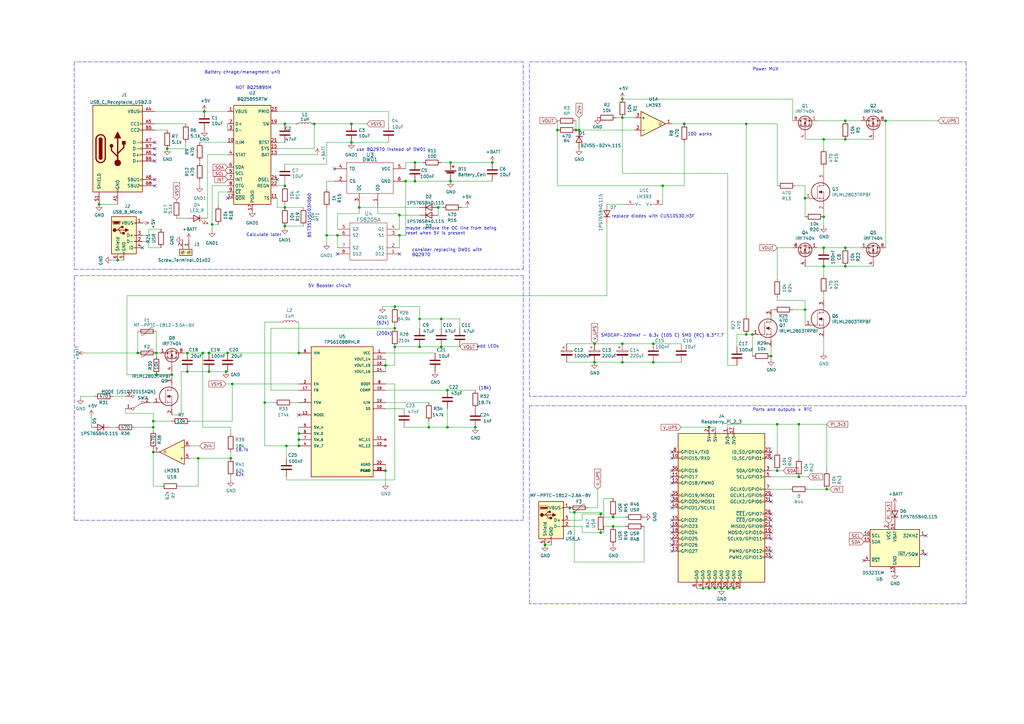
<source format=kicad_sch>
(kicad_sch (version 20211123) (generator eeschema)
  (paper "A3")
  (junction (at 62.865 172.72))
  (junction (at 237.49 53.34))
  (junction (at 108.585 165.1))
  (junction (at 133.985 96.52))
  (junction (at 255.27 148.59))
  (junction (at 337.82 88.9))
  (junction (at 251.46 212.09))
  (junction (at 161.925 134.62))
  (junction (at 180.975 142.24))
  (junction (at 86.995 92.075))
  (junction (at 158.115 149.86))
  (junction (at 94.615 187.96))
  (junction (at 267.97 140.97))
  (junction (at 62.865 175.26))
  (junction (at 288.29 241.3))
  (junction (at 163.83 88.265))
  (junction (at 68.58 60.96))
  (junction (at 85.725 144.78))
  (junction (at 175.895 175.26))
  (junction (at 280.67 50.8))
  (junction (at 166.37 74.295))
  (junction (at 290.83 241.3))
  (junction (at 236.22 53.34))
  (junction (at 64.135 144.78))
  (junction (at 330.2 127))
  (junction (at 179.705 85.09))
  (junction (at 116.84 92.71))
  (junction (at 158.115 193.04))
  (junction (at 62.865 185.42))
  (junction (at 172.085 130.81))
  (junction (at 316.23 146.05))
  (junction (at 144.145 58.42))
  (junction (at 92.71 152.4))
  (junction (at 76.835 144.78))
  (junction (at 223.52 223.52))
  (junction (at 81.28 187.96))
  (junction (at 298.45 241.3))
  (junction (at 40.64 83.82))
  (junction (at 122.555 177.8))
  (junction (at 243.84 148.59))
  (junction (at 246.38 210.82))
  (junction (at 306.07 50.8))
  (junction (at 290.83 175.26))
  (junction (at 170.18 74.295))
  (junction (at 293.37 241.3))
  (junction (at 163.83 96.52))
  (junction (at 147.32 85.09))
  (junction (at 233.68 208.28))
  (junction (at 306.07 137.16))
  (junction (at 70.485 153.67))
  (junction (at 116.84 76.2))
  (junction (at 122.555 182.88))
  (junction (at 363.22 49.53))
  (junction (at 318.77 193.04))
  (junction (at 116.84 85.09))
  (junction (at 116.84 50.8))
  (junction (at 228.6 53.34))
  (junction (at 246.38 218.44))
  (junction (at 201.93 66.675))
  (junction (at 327.66 173.99))
  (junction (at 308.61 137.16))
  (junction (at 337.82 109.22))
  (junction (at 161.925 125.73))
  (junction (at 128.905 50.8))
  (junction (at 339.09 200.66))
  (junction (at 267.97 148.59))
  (junction (at 180.975 130.81))
  (junction (at 138.43 96.52))
  (junction (at 56.515 144.78))
  (junction (at 64.135 153.67))
  (junction (at 85.725 152.4))
  (junction (at 337.82 101.6))
  (junction (at 184.785 66.675))
  (junction (at 117.475 182.88))
  (junction (at 255.27 48.26))
  (junction (at 48.26 106.68))
  (junction (at 235.585 210.185))
  (junction (at 337.82 57.15))
  (junction (at 243.84 140.97))
  (junction (at 346.71 49.53))
  (junction (at 144.145 50.8))
  (junction (at 122.555 180.34))
  (junction (at 183.515 175.26))
  (junction (at 95.25 157.48))
  (junction (at 93.345 144.78))
  (junction (at 83.185 144.78))
  (junction (at 172.085 142.24))
  (junction (at 318.77 173.99))
  (junction (at 122.555 144.78))
  (junction (at 346.71 57.15))
  (junction (at 184.785 74.295))
  (junction (at 161.925 142.24))
  (junction (at 194.945 175.26))
  (junction (at 170.18 66.675))
  (junction (at 255.27 140.97))
  (junction (at 327.66 195.58))
  (junction (at 83.82 45.72))
  (junction (at 251.46 215.9))
  (junction (at 255.27 40.64))
  (junction (at 346.71 109.22))
  (junction (at 271.78 76.2))
  (junction (at 295.91 241.3))
  (junction (at 300.99 241.3))
  (junction (at 330.2 81.28))
  (junction (at 76.835 152.4))
  (junction (at 346.71 101.6))
  (junction (at 183.515 160.02))
  (no_connect (at 122.555 170.18))
  (no_connect (at 163.83 104.14))
  (no_connect (at 138.43 104.14))
  (no_connect (at 93.345 81.28))
  (no_connect (at 275.59 203.2))
  (no_connect (at 275.59 193.04))
  (no_connect (at 354.33 229.87))
  (no_connect (at 316.23 205.74))
  (no_connect (at 63.5 63.5))
  (no_connect (at 379.73 227.33))
  (no_connect (at 275.59 208.28))
  (no_connect (at 275.59 220.98))
  (no_connect (at 316.23 215.9))
  (no_connect (at 316.23 213.36))
  (no_connect (at 63.5 73.66))
  (no_connect (at 275.59 205.74))
  (no_connect (at 316.23 187.96))
  (no_connect (at 63.5 76.2))
  (no_connect (at 63.5 60.96))
  (no_connect (at 275.59 215.9))
  (no_connect (at 379.73 219.71))
  (no_connect (at 63.5 58.42))
  (no_connect (at 316.23 210.82))
  (no_connect (at 275.59 187.96))
  (no_connect (at 275.59 218.44))
  (no_connect (at 316.23 218.44))
  (no_connect (at 316.23 228.6))
  (no_connect (at 63.5 66.04))
  (no_connect (at 316.23 226.06))
  (no_connect (at 316.23 220.98))
  (no_connect (at 275.59 185.42))
  (no_connect (at 275.59 223.52))
  (no_connect (at 316.23 185.42))
  (no_connect (at 58.42 101.6))
  (no_connect (at 275.59 198.12))
  (no_connect (at 137.16 69.215))
  (no_connect (at 275.59 226.06))
  (no_connect (at 316.23 203.2))
  (no_connect (at 275.59 213.36))
  (no_connect (at 275.59 195.58))
  (no_connect (at 113.665 73.66))
  (wire (pts (xy 247.65 204.47) (xy 247.65 210.185)))
  (wire (pts (xy 363.22 101.6) (xy 363.22 49.53)))
  (wire (pts (xy 93.345 50.8) (xy 93.345 53.34)))
  (wire (pts (xy 163.83 88.265) (xy 172.085 88.265)))
  (wire (pts (xy 166.37 74.295) (xy 170.18 74.295)))
  (wire (pts (xy 295.91 241.3) (xy 298.45 241.3)))
  (wire (pts (xy 293.37 241.3) (xy 290.83 241.3)))
  (wire (pts (xy 163.83 88.265) (xy 163.83 93.98)))
  (wire (pts (xy 159.385 45.72) (xy 113.665 45.72)))
  (polyline (pts (xy 217.17 166.37) (xy 396.24 166.37)))
  (wire (pts (xy 172.085 130.81) (xy 180.975 130.81)))
  (wire (pts (xy 337.82 120.65) (xy 337.82 123.19)))
  (wire (pts (xy 156.845 125.73) (xy 161.925 125.73)))
  (wire (pts (xy 330.2 123.19) (xy 330.2 127)))
  (wire (pts (xy 70.485 153.67) (xy 70.485 152.4)))
  (wire (pts (xy 233.68 208.28) (xy 233.68 210.185)))
  (wire (pts (xy 138.43 93.98) (xy 138.43 87.63)))
  (wire (pts (xy 128.905 50.8) (xy 144.145 50.8)))
  (wire (pts (xy 170.18 74.295) (xy 184.785 74.295)))
  (wire (pts (xy 318.77 123.19) (xy 330.2 123.19)))
  (polyline (pts (xy 217.17 162.56) (xy 217.17 25.4)))
  (wire (pts (xy 326.39 76.2) (xy 330.2 76.2)))
  (wire (pts (xy 335.28 49.53) (xy 346.71 49.53)))
  (wire (pts (xy 112.395 165.1) (xy 108.585 165.1)))
  (wire (pts (xy 279.4 175.26) (xy 290.83 175.26)))
  (wire (pts (xy 158.115 198.12) (xy 158.115 193.04)))
  (polyline (pts (xy 30.48 113.03) (xy 214.63 113.03)))
  (wire (pts (xy 245.11 200.66) (xy 245.11 208.28)))
  (wire (pts (xy 46.355 162.56) (xy 51.435 162.56)))
  (wire (pts (xy 179.705 85.09) (xy 179.705 88.265)))
  (wire (pts (xy 161.925 142.24) (xy 172.085 142.24)))
  (wire (pts (xy 93.345 78.74) (xy 89.535 78.74)))
  (polyline (pts (xy 214.63 113.03) (xy 214.63 213.36)))
  (wire (pts (xy 78.105 172.72) (xy 95.25 172.72)))
  (wire (pts (xy 316.23 193.04) (xy 318.77 193.04)))
  (wire (pts (xy 335.28 101.6) (xy 337.82 101.6)))
  (wire (pts (xy 93.345 144.78) (xy 122.555 144.78)))
  (wire (pts (xy 62.865 172.72) (xy 70.485 172.72)))
  (wire (pts (xy 267.97 140.97) (xy 279.4 140.97)))
  (wire (pts (xy 346.71 101.6) (xy 353.06 101.6)))
  (wire (pts (xy 172.085 125.73) (xy 161.925 125.73)))
  (wire (pts (xy 122.555 175.26) (xy 122.555 177.8)))
  (wire (pts (xy 111.125 134.62) (xy 111.125 160.02)))
  (wire (pts (xy 133.985 77.47) (xy 133.985 74.295)))
  (wire (pts (xy 252.73 48.26) (xy 255.27 48.26)))
  (wire (pts (xy 113.665 63.5) (xy 130.175 63.5)))
  (wire (pts (xy 183.515 160.02) (xy 194.945 160.02)))
  (wire (pts (xy 34.925 144.78) (xy 56.515 144.78)))
  (wire (pts (xy 165.735 175.26) (xy 175.895 175.26)))
  (wire (pts (xy 271.78 76.2) (xy 280.67 76.2)))
  (wire (pts (xy 133.985 85.09) (xy 133.985 96.52)))
  (wire (pts (xy 158.115 165.1) (xy 175.895 165.1)))
  (wire (pts (xy 52.07 153.67) (xy 52.07 121.285)))
  (wire (pts (xy 133.985 58.42) (xy 144.145 58.42)))
  (wire (pts (xy 308.61 146.05) (xy 308.61 137.16)))
  (wire (pts (xy 83.185 144.78) (xy 85.725 144.78)))
  (wire (pts (xy 60.96 96.52) (xy 60.96 93.98)))
  (wire (pts (xy 147.32 85.09) (xy 172.085 85.09)))
  (wire (pts (xy 76.835 152.4) (xy 85.725 152.4)))
  (wire (pts (xy 180.975 130.81) (xy 180.975 134.62)))
  (wire (pts (xy 63.5 45.72) (xy 83.82 45.72)))
  (wire (pts (xy 113.665 60.96) (xy 128.905 60.96)))
  (wire (pts (xy 346.71 109.22) (xy 358.14 109.22)))
  (wire (pts (xy 33.02 163.195) (xy 33.02 162.56)))
  (wire (pts (xy 74.295 170.18) (xy 74.295 152.4)))
  (wire (pts (xy 175.895 175.26) (xy 183.515 175.26)))
  (wire (pts (xy 62.865 184.15) (xy 62.865 185.42)))
  (wire (pts (xy 327.66 187.96) (xy 327.66 173.99)))
  (polyline (pts (xy 214.63 110.49) (xy 214.63 25.4)))
  (wire (pts (xy 158.115 160.02) (xy 183.515 160.02)))
  (wire (pts (xy 331.47 200.66) (xy 339.09 200.66)))
  (wire (pts (xy 340.36 200.66) (xy 339.09 200.66)))
  (wire (pts (xy 63.5 53.34) (xy 68.58 53.34)))
  (wire (pts (xy 337.82 68.58) (xy 337.82 71.12)))
  (wire (pts (xy 85.725 152.4) (xy 92.71 152.4)))
  (wire (pts (xy 116.84 74.93) (xy 116.84 76.2)))
  (polyline (pts (xy 396.24 25.4) (xy 396.24 162.56)))
  (wire (pts (xy 116.84 85.09) (xy 113.665 85.09)))
  (wire (pts (xy 85.725 144.78) (xy 93.345 144.78)))
  (wire (pts (xy 363.22 49.53) (xy 384.81 49.53)))
  (wire (pts (xy 64.135 146.05) (xy 64.135 144.78)))
  (wire (pts (xy 83.82 45.72) (xy 93.345 45.72)))
  (wire (pts (xy 255.27 40.64) (xy 325.12 40.64)))
  (wire (pts (xy 93.345 76.2) (xy 86.995 76.2)))
  (wire (pts (xy 246.38 210.82) (xy 247.65 210.82)))
  (wire (pts (xy 241.3 208.28) (xy 245.11 208.28)))
  (wire (pts (xy 248.92 83.82) (xy 256.54 83.82)))
  (wire (pts (xy 298.45 173.99) (xy 318.77 173.99)))
  (wire (pts (xy 92.71 152.4) (xy 93.345 152.4)))
  (wire (pts (xy 81.28 187.96) (xy 94.615 187.96)))
  (wire (pts (xy 138.43 87.63) (xy 147.32 87.63)))
  (wire (pts (xy 144.145 58.42) (xy 159.385 58.42)))
  (wire (pts (xy 158.115 157.48) (xy 161.925 157.48)))
  (wire (pts (xy 81.28 199.39) (xy 81.28 187.96)))
  (wire (pts (xy 173.355 66.675) (xy 170.18 66.675)))
  (wire (pts (xy 94.615 196.85) (xy 94.615 195.58)))
  (wire (pts (xy 251.46 212.09) (xy 256.54 212.09)))
  (wire (pts (xy 72.39 89.535) (xy 76.835 89.535)))
  (wire (pts (xy 108.585 132.08) (xy 108.585 165.1)))
  (wire (pts (xy 33.02 162.56) (xy 38.735 162.56)))
  (wire (pts (xy 318.77 50.8) (xy 306.07 50.8)))
  (wire (pts (xy 37.465 175.26) (xy 37.465 170.815)))
  (wire (pts (xy 331.47 195.58) (xy 327.66 195.58)))
  (wire (pts (xy 113.665 76.2) (xy 116.84 76.2)))
  (wire (pts (xy 128.905 60.96) (xy 128.905 50.8)))
  (wire (pts (xy 247.65 215.9) (xy 247.65 218.44)))
  (wire (pts (xy 161.925 149.86) (xy 161.925 142.24)))
  (wire (pts (xy 330.2 88.9) (xy 330.2 81.28)))
  (wire (pts (xy 89.535 78.74) (xy 89.535 84.455)))
  (wire (pts (xy 339.09 193.04) (xy 339.09 173.99)))
  (polyline (pts (xy 30.48 25.4) (xy 30.48 110.49)))
  (wire (pts (xy 111.125 160.02) (xy 122.555 160.02)))
  (wire (pts (xy 64.135 153.67) (xy 52.07 153.67)))
  (wire (pts (xy 154.94 87.63) (xy 163.83 87.63)))
  (wire (pts (xy 337.82 138.43) (xy 337.82 144.78)))
  (wire (pts (xy 161.925 134.62) (xy 161.925 133.35)))
  (wire (pts (xy 170.18 66.675) (xy 166.37 66.675)))
  (wire (pts (xy 302.26 137.16) (xy 302.26 142.24)))
  (wire (pts (xy 255.27 48.26) (xy 260.35 48.26)))
  (wire (pts (xy 183.515 167.64) (xy 183.515 175.26)))
  (wire (pts (xy 60.96 99.06) (xy 58.42 99.06)))
  (wire (pts (xy 75.565 144.78) (xy 76.835 144.78)))
  (wire (pts (xy 316.23 147.32) (xy 316.23 146.05)))
  (wire (pts (xy 279.4 148.59) (xy 267.97 148.59)))
  (wire (pts (xy 247.65 212.09) (xy 251.46 212.09)))
  (wire (pts (xy 122.555 180.34) (xy 122.555 177.8)))
  (wire (pts (xy 74.295 152.4) (xy 76.835 152.4)))
  (wire (pts (xy 325.12 127) (xy 330.2 127)))
  (polyline (pts (xy 217.17 25.4) (xy 396.24 25.4)))
  (wire (pts (xy 183.515 175.26) (xy 194.945 175.26)))
  (wire (pts (xy 298.45 241.3) (xy 300.99 241.3)))
  (wire (pts (xy 179.705 85.09) (xy 181.61 85.09)))
  (polyline (pts (xy 396.24 166.37) (xy 396.24 247.65)))
  (wire (pts (xy 114.935 132.08) (xy 108.585 132.08)))
  (wire (pts (xy 248.92 91.44) (xy 248.92 121.285)))
  (wire (pts (xy 255.27 71.12) (xy 255.27 48.26)))
  (wire (pts (xy 330.2 127) (xy 330.2 133.35)))
  (wire (pts (xy 83.185 175.26) (xy 94.615 175.26)))
  (wire (pts (xy 85.09 89.535) (xy 84.455 89.535)))
  (wire (pts (xy 86.995 76.2) (xy 86.995 92.075)))
  (wire (pts (xy 318.77 121.92) (xy 318.77 123.19)))
  (wire (pts (xy 78.105 182.88) (xy 81.915 182.88)))
  (wire (pts (xy 337.82 60.96) (xy 337.82 57.15)))
  (wire (pts (xy 172.085 130.81) (xy 172.085 125.73)))
  (wire (pts (xy 237.49 53.34) (xy 237.49 48.26)))
  (wire (pts (xy 159.385 50.8) (xy 159.385 45.72)))
  (wire (pts (xy 62.865 176.53) (xy 62.865 175.26)))
  (wire (pts (xy 246.38 210.82) (xy 238.76 210.82)))
  (wire (pts (xy 346.71 57.15) (xy 358.14 57.15)))
  (wire (pts (xy 180.975 130.81) (xy 188.595 130.81)))
  (wire (pts (xy 288.29 241.3) (xy 290.83 241.3)))
  (polyline (pts (xy 172.72 25.4) (xy 30.48 25.4)))
  (wire (pts (xy 337.82 101.6) (xy 346.71 101.6)))
  (wire (pts (xy 251.46 215.9) (xy 247.65 215.9)))
  (wire (pts (xy 251.46 215.9) (xy 256.54 215.9)))
  (wire (pts (xy 113.665 50.8) (xy 116.84 50.8)))
  (polyline (pts (xy 217.17 247.65) (xy 217.17 166.37)))
  (wire (pts (xy 117.475 196.85) (xy 117.475 195.58)))
  (wire (pts (xy 306.07 50.8) (xy 280.67 50.8)))
  (wire (pts (xy 330.2 57.15) (xy 337.82 57.15)))
  (wire (pts (xy 95.25 157.48) (xy 122.555 157.48)))
  (wire (pts (xy 236.22 49.53) (xy 236.22 53.34)))
  (wire (pts (xy 86.995 92.075) (xy 86.995 94.615)))
  (wire (pts (xy 47.625 175.26) (xy 45.085 175.26)))
  (wire (pts (xy 154.94 84.455) (xy 154.94 87.63)))
  (wire (pts (xy 238.76 213.36) (xy 233.68 213.36)))
  (wire (pts (xy 64.135 135.89) (xy 64.135 144.78)))
  (wire (pts (xy 81.915 66.04) (xy 81.915 66.675)))
  (wire (pts (xy 330.2 76.2) (xy 330.2 81.28)))
  (wire (pts (xy 94.615 175.26) (xy 94.615 177.8)))
  (wire (pts (xy 120.015 165.1) (xy 122.555 165.1)))
  (wire (pts (xy 158.115 167.64) (xy 165.735 167.64)))
  (wire (pts (xy 161.925 196.85) (xy 117.475 196.85)))
  (wire (pts (xy 122.555 182.88) (xy 122.555 180.34)))
  (wire (pts (xy 62.865 172.72) (xy 62.865 169.545)))
  (wire (pts (xy 247.65 210.82) (xy 247.65 212.09)))
  (wire (pts (xy 55.245 175.26) (xy 62.865 175.26)))
  (wire (pts (xy 94.615 185.42) (xy 94.615 187.96)))
  (wire (pts (xy 158.115 149.86) (xy 161.925 149.86)))
  (wire (pts (xy 302.26 149.86) (xy 298.45 149.86)))
  (wire (pts (xy 172.085 134.62) (xy 172.085 130.81)))
  (wire (pts (xy 298.45 175.26) (xy 298.45 173.99)))
  (wire (pts (xy 228.6 49.53) (xy 228.6 53.34)))
  (wire (pts (xy 318.77 173.99) (xy 318.77 185.42)))
  (wire (pts (xy 158.115 147.32) (xy 158.115 149.86)))
  (wire (pts (xy 73.66 199.39) (xy 81.28 199.39)))
  (wire (pts (xy 316.23 195.58) (xy 327.66 195.58)))
  (wire (pts (xy 62.865 185.42) (xy 62.865 199.39)))
  (wire (pts (xy 113.665 58.42) (xy 116.84 58.42)))
  (wire (pts (xy 113.665 81.28) (xy 113.665 85.09)))
  (wire (pts (xy 264.16 215.9) (xy 264.16 230.505)))
  (polyline (pts (xy 30.48 213.36) (xy 214.63 213.36)))
  (wire (pts (xy 184.785 74.295) (xy 201.93 74.295)))
  (wire (pts (xy 133.985 74.295) (xy 137.16 74.295)))
  (wire (pts (xy 318.77 76.2) (xy 318.77 50.8)))
  (wire (pts (xy 61.595 165.1) (xy 62.865 165.1)))
  (wire (pts (xy 64.135 144.78) (xy 65.405 144.78)))
  (wire (pts (xy 60.96 93.98) (xy 66.04 93.98)))
  (wire (pts (xy 318.77 101.6) (xy 325.12 101.6)))
  (wire (pts (xy 236.22 53.34) (xy 237.49 53.34)))
  (polyline (pts (xy 30.48 213.36) (xy 30.48 113.03)))
  (wire (pts (xy 323.85 200.66) (xy 316.23 200.66)))
  (polyline (pts (xy 172.72 110.49) (xy 214.63 110.49)))
  (wire (pts (xy 188.595 142.24) (xy 180.975 142.24)))
  (wire (pts (xy 86.995 92.075) (xy 89.535 92.075)))
  (wire (pts (xy 306.07 50.8) (xy 306.07 129.54)))
  (wire (pts (xy 158.115 144.78) (xy 178.435 144.78)))
  (wire (pts (xy 233.68 215.9) (xy 238.76 215.9)))
  (wire (pts (xy 58.42 96.52) (xy 60.96 96.52)))
  (wire (pts (xy 306.07 137.16) (xy 302.26 137.16)))
  (wire (pts (xy 189.23 85.09) (xy 191.77 85.09)))
  (wire (pts (xy 264.16 230.505) (xy 235.585 230.505)))
  (wire (pts (xy 83.185 175.26) (xy 83.185 144.78)))
  (wire (pts (xy 116.84 92.71) (xy 124.46 92.71)))
  (wire (pts (xy 255.27 140.97) (xy 267.97 140.97)))
  (wire (pts (xy 81.915 74.295) (xy 81.915 76.2)))
  (wire (pts (xy 161.925 157.48) (xy 161.925 196.85)))
  (wire (pts (xy 188.595 130.81) (xy 188.595 134.62)))
  (wire (pts (xy 316.23 146.05) (xy 316.23 142.24)))
  (wire (pts (xy 280.67 58.42) (xy 280.67 76.2)))
  (wire (pts (xy 243.84 148.59) (xy 255.27 148.59)))
  (wire (pts (xy 62.865 175.26) (xy 62.865 172.72)))
  (wire (pts (xy 346.71 49.53) (xy 353.06 49.53)))
  (wire (pts (xy 300.99 241.3) (xy 303.53 241.3)))
  (wire (pts (xy 51.435 167.64) (xy 51.435 169.545)))
  (wire (pts (xy 122.555 182.88) (xy 117.475 182.88)))
  (wire (pts (xy 60.96 101.6) (xy 60.96 99.06)))
  (wire (pts (xy 163.83 87.63) (xy 163.83 88.265)))
  (wire (pts (xy 238.76 210.82) (xy 238.76 213.36)))
  (wire (pts (xy 293.37 241.3) (xy 295.91 241.3)))
  (wire (pts (xy 78.105 187.96) (xy 81.28 187.96)))
  (wire (pts (xy 92.71 157.48) (xy 95.25 157.48)))
  (wire (pts (xy 337.82 92.71) (xy 337.82 88.9)))
  (wire (pts (xy 228.6 76.2) (xy 271.78 76.2)))
  (wire (pts (xy 247.65 210.185) (xy 235.585 210.185)))
  (wire (pts (xy 317.5 127) (xy 316.23 127)))
  (wire (pts (xy 63.5 50.8) (xy 76.2 50.8)))
  (wire (pts (xy 318.77 101.6) (xy 318.77 114.3)))
  (wire (pts (xy 133.985 96.52) (xy 138.43 96.52)))
  (wire (pts (xy 66.04 199.39) (xy 62.865 199.39)))
  (wire (pts (xy 223.52 223.52) (xy 226.06 223.52)))
  (wire (pts (xy 280.67 50.8) (xy 275.59 50.8)))
  (wire (pts (xy 147.32 85.09) (xy 147.32 84.455)))
  (wire (pts (xy 116.84 50.8) (xy 121.285 50.8)))
  (wire (pts (xy 158.115 149.86) (xy 158.115 152.4)))
  (polyline (pts (xy 214.63 25.4) (xy 172.72 25.4)))
  (wire (pts (xy 158.115 193.04) (xy 158.115 190.5)))
  (wire (pts (xy 180.975 142.24) (xy 172.085 142.24)))
  (wire (pts (xy 175.895 172.72) (xy 175.895 175.26)))
  (wire (pts (xy 166.37 66.675) (xy 166.37 69.215)))
  (polyline (pts (xy 396.24 162.56) (xy 217.17 162.56)))
  (wire (pts (xy 243.84 140.97) (xy 255.27 140.97)))
  (wire (pts (xy 116.84 67.31) (xy 133.985 67.31)))
  (wire (pts (xy 51.435 169.545) (xy 62.865 169.545)))
  (wire (pts (xy 161.925 134.62) (xy 111.125 134.62)))
  (wire (pts (xy 108.585 165.1) (xy 108.585 182.88)))
  (wire (pts (xy 166.37 74.295) (xy 166.37 96.52)))
  (wire (pts (xy 337.82 113.03) (xy 337.82 109.22)))
  (wire (pts (xy 166.37 96.52) (xy 163.83 96.52)))
  (wire (pts (xy 235.585 210.185) (xy 233.68 210.185)))
  (wire (pts (xy 76.835 144.78) (xy 83.185 144.78)))
  (wire (pts (xy 293.37 175.26) (xy 290.83 175.26)))
  (wire (pts (xy 237.49 53.34) (xy 260.35 53.34)))
  (wire (pts (xy 267.97 148.59) (xy 255.27 148.59)))
  (wire (pts (xy 45.72 106.68) (xy 48.26 106.68)))
  (polyline (pts (xy 30.48 110.49) (xy 172.72 110.49)))
  (wire (pts (xy 247.65 218.44) (xy 246.38 218.44)))
  (wire (pts (xy 337.82 57.15) (xy 346.71 57.15)))
  (wire (pts (xy 337.82 88.9) (xy 337.82 86.36)))
  (wire (pts (xy 180.975 66.675) (xy 184.785 66.675)))
  (wire (pts (xy 66.04 101.6) (xy 60.96 101.6)))
  (wire (pts (xy 133.985 67.31) (xy 133.985 58.42)))
  (wire (pts (xy 184.785 66.675) (xy 201.93 66.675)))
  (polyline (pts (xy 396.24 247.65) (xy 217.17 247.65)))
  (wire (pts (xy 116.84 83.82) (xy 116.84 85.09)))
  (wire (pts (xy 70.485 170.18) (xy 74.295 170.18)))
  (wire (pts (xy 228.6 53.34) (xy 228.6 76.2)))
  (wire (pts (xy 238.76 218.44) (xy 246.38 218.44)))
  (wire (pts (xy 330.2 109.22) (xy 337.82 109.22)))
  (wire (pts (xy 122.555 144.78) (xy 122.555 132.08)))
  (wire (pts (xy 285.75 241.3) (xy 288.29 241.3)))
  (wire (pts (xy 232.41 140.97) (xy 243.84 140.97)))
  (wire (pts (xy 52.07 121.285) (xy 248.92 121.285)))
  (wire (pts (xy 85.09 63.5) (xy 93.345 63.5)))
  (wire (pts (xy 325.12 40.64) (xy 325.12 49.53)))
  (wire (pts (xy 163.83 96.52) (xy 163.83 101.6)))
  (wire (pts (xy 232.41 148.59) (xy 243.84 148.59)))
  (wire (pts (xy 56.515 135.89) (xy 56.515 144.78)))
  (wire (pts (xy 327.66 173.99) (xy 318.77 173.99)))
  (wire (pts (xy 251.46 204.47) (xy 247.65 204.47)))
  (wire (pts (xy 147.32 87.63) (xy 147.32 85.09)))
  (wire (pts (xy 116.84 92.71) (xy 116.84 93.345)))
  (wire (pts (xy 50.8 106.68) (xy 48.26 106.68)))
  (wire (pts (xy 116.84 85.09) (xy 124.46 85.09)))
  (wire (pts (xy 138.43 96.52) (xy 138.43 101.6)))
  (wire (pts (xy 95.25 172.72) (xy 95.25 157.48)))
  (wire (pts (xy 308.61 137.16) (xy 306.07 137.16)))
  (wire (pts (xy 298.45 149.86) (xy 298.45 71.12)))
  (wire (pts (xy 70.485 154.94) (xy 70.485 153.67)))
  (wire (pts (xy 64.135 153.67) (xy 70.485 153.67)))
  (wire (pts (xy 271.78 76.2) (xy 271.78 83.82)))
  (wire (pts (xy 76.2 60.96) (xy 76.2 58.42)))
  (wire (pts (xy 85.09 63.5) (xy 85.09 89.535)))
  (wire (pts (xy 68.58 60.96) (xy 76.2 60.96)))
  (wire (pts (xy 81.915 58.42) (xy 93.345 58.42)))
  (wire (pts (xy 144.145 50.8) (xy 150.495 50.8)))
  (wire (pts (xy 298.45 71.12) (xy 255.27 71.12)))
  (wire (pts (xy 235.585 230.505) (xy 235.585 210.185)))
  (wire (pts (xy 117.475 182.88) (xy 117.475 187.96)))
  (wire (pts (xy 40.64 83.82) (xy 48.26 83.82)))
  (wire (pts (xy 339.09 173.99) (xy 327.66 173.99)))
  (wire (pts (xy 337.82 109.22) (xy 346.71 109.22)))
  (wire (pts (xy 238.76 215.9) (xy 238.76 218.44)))
  (wire (pts (xy 108.585 182.88) (xy 117.475 182.88)))
  (wire (pts (xy 321.31 193.04) (xy 318.77 193.04)))
  (wire (pts (xy 133.985 96.52) (xy 133.985 99.695)))
  (text "Battery chrage/managment unit" (at 83.82 30.48 0) (effects (font (size 1.27 1.27)) (justify left bottom)))
  (text "62k\n" (at 96.52 195.58 0) (effects (font (size 1.27 1.27)) (justify left bottom)))
  (text "Ports and outputs + RTC" (at 308.61 168.91 0) (effects (font (size 1.27 1.27)) (justify left bottom)))
  (text "NOT BQ25895M" (at 96.52 36.83 0) (effects (font (size 1.27 1.27)) (justify left bottom)))
  (text "5V Booster circuit" (at 126.365 118.11 0) (effects (font (size 1.27 1.27)) (justify left bottom)))
  (text "maybe remove the OC line from being\nreset when 5V is present" (at 166.37 96.52 0) (effects (font (size 1.27 1.27)) (justify left bottom)))
  (text "consider replacing DW01 with\nBQ2970" (at 168.91 105.41 0) (effects (font (size 1.27 1.27)) (justify left bottom)))
  (text "18.7k" (at 96.52 185.42 0) (effects (font (size 1.27 1.27)) (justify left bottom)))
  (text "Calculate later" (at 100.965 97.155 0) (effects (font (size 1.27 1.27)) (justify left bottom)))
  (text "replace diodes with CUS10S30,H3F" (at 250.825 89.535 0) (effects (font (size 1.27 1.27)) (justify left bottom)))
  (text "(200k)\n\n" (at 154.305 139.7 0) (effects (font (size 1.27 1.27)) (justify left bottom)))
  (text "add LEDs" (at 195.58 142.875 0) (effects (font (size 1.27 1.27)) (justify left bottom)))
  (text "(18k)\n" (at 196.215 160.02 0) (effects (font (size 1.27 1.27)) (justify left bottom)))
  (text "use BQ2970 instead of DW01" (at 146.05 62.23 0) (effects (font (size 1.27 1.27)) (justify left bottom)))
  (text "Power MUX" (at 308.61 29.21 0) (effects (font (size 1.27 1.27)) (justify left bottom)))
  (text "(62k)" (at 154.305 133.35 0) (effects (font (size 1.27 1.27)) (justify left bottom)))
  (text "B57351V5103H060" (at 127.635 79.375 270) (effects (font (size 1.27 1.27)) (justify right bottom)))
  (text "SMDCAP-220mkf - 6,3v (105 С) SMD (RC) 6,3*7,7" (at 246.38 138.43 0) (effects (font (size 1.27 1.27)) (justify left bottom)))
  (text "100 works" (at 281.94 55.88 0) (effects (font (size 1.27 1.27)) (justify left bottom)))
  (global_label "SCL" (shape input) (at 331.47 195.58 0) (property "Intersheet References" "${INTERSHEET_REFS}" (effects hide)))
  (global_label "INT" (shape input) (at 93.345 73.66 180) (property "Intersheet References" "${INTERSHEET_REFS}" (effects hide)))
  (global_label "2V4" (shape input) (at 237.49 48.26 90) (property "Intersheet References" "${INTERSHEET_REFS}" (effects hide)))
  (global_label "VSYS" (shape input) (at 92.71 157.48 180) (property "Intersheet References" "${INTERSHEET_REFS}" (effects hide)))
  (global_label "SDA" (shape input) (at 321.31 193.04 0) (property "Intersheet References" "${INTERSHEET_REFS}" (effects hide)))
  (global_label "VSYS" (shape input) (at 150.495 50.8 0) (property "Intersheet References" "${INTERSHEET_REFS}" (effects hide)))
  (global_label "V_UPS" (shape input) (at 245.11 200.66 90) (property "Intersheet References" "${INTERSHEET_REFS}" (effects hide)))
  (global_label "V_UPS" (shape input) (at 279.4 175.26 180) (property "Intersheet References" "${INTERSHEET_REFS}" (effects hide)))
  (global_label "INT" (shape input) (at 340.36 200.66 0) (property "Intersheet References" "${INTERSHEET_REFS}" (effects hide)))
  (global_label "VOUT" (shape input) (at 188.595 142.24 0) (property "Intersheet References" "${INTERSHEET_REFS}" (effects hide)))
  (global_label "SCL" (shape input) (at 354.33 219.71 180) (property "Intersheet References" "${INTERSHEET_REFS}" (effects hide)))
  (global_label "V_UPS" (shape input) (at 243.84 140.97 90) (property "Intersheet References" "${INTERSHEET_REFS}" (effects hide)))
  (global_label "Pi_3v3" (shape input) (at 364.49 214.63 90) (property "Intersheet References" "${INTERSHEET_REFS}" (effects hide)))
  (global_label "SDA" (shape input) (at 354.33 222.25 180) (property "Intersheet References" "${INTERSHEET_REFS}" (effects hide)))
  (global_label "Pi_3v3" (shape input) (at 339.09 173.99 0) (property "Intersheet References" "${INTERSHEET_REFS}" (effects hide)))
  (global_label "SDA" (shape input) (at 93.345 68.58 180) (property "Intersheet References" "${INTERSHEET_REFS}" (effects hide)))
  (global_label "VOUT" (shape input) (at 228.6 49.53 180) (property "Intersheet References" "${INTERSHEET_REFS}" (effects hide)))
  (global_label "SCL" (shape input) (at 93.345 71.12 180) (property "Intersheet References" "${INTERSHEET_REFS}" (effects hide)))
  (global_label "VOUT" (shape input) (at 318.77 101.6 180) (property "Intersheet References" "${INTERSHEET_REFS}" (effects hide)))
  (global_label "2V4" (shape input) (at 81.915 182.88 0) (property "Intersheet References" "${INTERSHEET_REFS}" (effects hide)))
  (global_label "VSYS" (shape input) (at 72.39 81.915 90) (property "Intersheet References" "${INTERSHEET_REFS}" (effects hide)))
  (global_label "V_UPS" (shape input) (at 384.81 49.53 0) (property "Intersheet References" "${INTERSHEET_REFS}" (effects hide)))
  (symbol (lib_id "Connector:Raspberry_Pi_2_3") (at 295.91 208.28 0) (unit 1)
    (property "Reference" "J4" (at 295.91 170.6626 0))
    (property "Value" "Raspberry_Pi_2_3" (at 295.91 172.974 0))
    (property "Footprint" "RPI:raspberrypi_2_3" (effects hide))
    (property "Datasheet" "https://www.raspberrypi.org/documentation/hardware/raspberrypi/schematics/rpi_SCH_3bplus_1p0_reduced.pdf" (effects hide))
  )
  (symbol (lib_id "TPS61088RHLR:TPS61088RHLR") (at 140.335 167.64 0) (unit 1)
    (property "Reference" "U5" (at 140.335 137.9982 0))
    (property "Value" "TPS61088RHLR" (at 140.335 140.3096 0))
    (property "Footprint" "tps61088:IC_TPS61088RHLR" (effects hide))
    (property "PARTREV" "4219071/A 05/2017" (effects hide))
    (property "MANUFACTURER" "Texas Instruments" (effects hide))
    (property "MAXIMUM_PACKAGE_HEIGHT" "1.00mm" (effects hide))
    (property "STANDARD" "Manufacturer Recommendations" (effects hide))
  )
  (symbol (lib_id "Connector:USB_C_Receptacle_USB2.0") (at 48.26 60.96 0) (unit 1)
    (property "Reference" "J1" (at 50.9778 38.9382 0))
    (property "Value" "USB_C_Receptacle_USB2.0" (at 49.53 41.91 0))
    (property "Footprint" "Connector_USB:USB_C_Receptacle_Palconn_UTC16-G" (effects hide))
    (property "Datasheet" "https://www.usb.org/sites/default/files/documents/usb_type-c.zip" (effects hide))
  )
  (symbol (lib_id "power:GND") (at 40.64 83.82 0) (unit 1)
    (property "Reference" "#PWR012" (effects hide))
    (property "Value" "GND" (at 40.767 88.2142 0))
  )
  (symbol (lib_id "Device:R") (at 68.58 57.15 0) (unit 1)
    (property "Reference" "R7" (at 70.358 55.9816 0) (effects (justify left)))
    (property "Value" "5.1k" (at 70.358 58.293 0) (effects (justify left)))
    (property "Footprint" "Resistor_SMD:R_0805_2012Metric_Pad1.20x1.40mm_HandSolder" (effects hide))
  )
  (symbol (lib_id "Device:R") (at 76.2 54.61 0) (unit 1)
    (property "Reference" "R6" (at 77.978 53.4416 0) (effects (justify left)))
    (property "Value" "5.1k" (at 77.978 55.753 0) (effects (justify left)))
    (property "Footprint" "Resistor_SMD:R_0805_2012Metric_Pad1.20x1.40mm_HandSolder" (effects hide))
  )
  (symbol (lib_id "power:GND") (at 68.58 60.96 0) (unit 1)
    (property "Reference" "#PWR06" (effects hide))
    (property "Value" "GND" (at 68.707 65.3542 0))
  )
  (symbol (lib_id "Device:C") (at 83.82 49.53 0) (unit 1)
    (property "Reference" "C1" (at 86.741 48.3616 0) (effects (justify left)))
    (property "Value" "10uF" (at 86.741 50.673 0) (effects (justify left)))
    (property "Footprint" "Capacitor_SMD:C_1206_3216Metric_Pad1.33x1.80mm_HandSolder" (effects hide))
  )
  (symbol (lib_id "power:GND") (at 83.82 53.34 0) (unit 1)
    (property "Reference" "#PWR04" (effects hide))
    (property "Value" "GND" (at 83.82 57.15 0))
  )
  (symbol (lib_id "Device:Battery_Cell") (at 184.785 71.755 0) (unit 1)
    (property "Reference" "BT1" (at 187.7822 69.3166 0) (effects (justify left)))
    (property "Value" "Battery_Cell" (at 187.7822 71.628 0) (effects (justify left)))
    (property "Footprint" "Battery:BatteryHolder_Keystone_1042_1x18650" (effects hide))
  )
  (symbol (lib_id "Device:C") (at 201.93 70.485 0) (unit 1)
    (property "Reference" "C6" (at 204.851 69.3166 0) (effects (justify left)))
    (property "Value" "10uF" (at 204.851 71.628 0) (effects (justify left)))
    (property "Footprint" "Capacitor_SMD:C_1206_3216Metric_Pad1.33x1.80mm_HandSolder" (effects hide))
  )
  (symbol (lib_id "power:GND") (at 184.785 74.295 0) (unit 1)
    (property "Reference" "#PWR010" (effects hide))
    (property "Value" "GND" (at 184.912 78.6892 0))
  )
  (symbol (lib_id "Device:R") (at 346.71 53.34 180) (unit 1)
    (property "Reference" "R5" (at 351.9678 53.34 90))
    (property "Value" "10k" (at 349.6564 53.34 90))
    (property "Footprint" "Resistor_SMD:R_0805_2012Metric_Pad1.20x1.40mm_HandSolder" (effects hide))
  )
  (symbol (lib_id "Device:R") (at 337.82 64.77 180) (unit 1)
    (property "Reference" "R10" (at 343.0778 64.77 90))
    (property "Value" "470" (at 340.7664 64.77 90))
    (property "Footprint" "Resistor_SMD:R_0805_2012Metric_Pad1.20x1.40mm_HandSolder" (effects hide))
  )
  (symbol (lib_id "Device:R") (at 72.39 85.725 0) (unit 1)
    (property "Reference" "R17" (at 67.945 85.725 90))
    (property "Value" "5.1k" (at 69.85 85.725 90))
    (property "Footprint" "Resistor_SMD:R_0805_2012Metric_Pad1.20x1.40mm_HandSolder" (effects hide))
  )
  (symbol (lib_id "Device:LED") (at 80.645 89.535 0) (mirror y) (unit 1)
    (property "Reference" "D4" (at 80.8228 84.0232 0))
    (property "Value" "LED_R" (at 80.8228 86.3346 0))
    (property "Footprint" "LED_SMD:LED_1206_3216Metric_Pad1.42x1.75mm_HandSolder" (effects hide))
  )
  (symbol (lib_id "power:GND") (at 337.82 92.71 0) (unit 1)
    (property "Reference" "#PWR017" (effects hide))
    (property "Value" "GND" (at 337.947 97.1042 0))
  )
  (symbol (lib_id "Device:C") (at 267.97 144.78 0) (unit 1)
    (property "Reference" "C15" (at 270.51 139.7 0))
    (property "Value" "100nF" (at 271.78 142.24 0))
    (property "Footprint" "Capacitor_SMD:C_0805_2012Metric_Pad1.18x1.45mm_HandSolder" (effects hide))
  )
  (symbol (lib_id "Device:R") (at 334.01 88.9 90) (unit 1)
    (property "Reference" "R20" (at 334.01 94.1578 90))
    (property "Value" "10k" (at 334.01 91.8464 90))
    (property "Footprint" "Resistor_SMD:R_0805_2012Metric_Pad1.20x1.40mm_HandSolder" (effects hide))
  )
  (symbol (lib_id "power:+5V") (at 83.82 45.72 0) (unit 1)
    (property "Reference" "#PWR02" (effects hide))
    (property "Value" "+5V" (at 84.201 41.3258 0))
  )
  (symbol (lib_id "Device:R") (at 322.58 76.2 90) (unit 1)
    (property "Reference" "R13" (at 322.58 81.4578 90))
    (property "Value" "470" (at 322.58 79.1464 90))
    (property "Footprint" "Resistor_SMD:R_0805_2012Metric_Pad1.20x1.40mm_HandSolder" (effects hide))
  )
  (symbol (lib_id "power:+BATT") (at 201.93 66.675 0) (unit 1)
    (property "Reference" "#PWR09" (effects hide))
    (property "Value" "+BATT" (at 202.311 62.2808 0))
  )
  (symbol (lib_id "Device:C") (at 180.975 138.43 0) (unit 1)
    (property "Reference" "C10" (at 183.515 133.35 0))
    (property "Value" "47uF" (at 184.785 135.89 0))
    (property "Footprint" "Capacitor_SMD:C_1210_3225Metric_Pad1.33x2.70mm_HandSolder" (effects hide))
  )
  (symbol (lib_id "Device:C") (at 188.595 138.43 0) (unit 1)
    (property "Reference" "C11" (at 191.135 133.35 0))
    (property "Value" "47uF" (at 192.405 135.89 0))
    (property "Footprint" "Capacitor_SMD:C_1210_3225Metric_Pad1.33x2.70mm_HandSolder" (effects hide))
  )
  (symbol (lib_id "Device:C") (at 279.4 144.78 0) (unit 1)
    (property "Reference" "C16" (at 281.94 139.7 0))
    (property "Value" "10uF" (at 283.21 142.24 0))
    (property "Footprint" "Capacitor_SMD:C_1206_3216Metric_Pad1.33x1.80mm_HandSolder" (effects hide))
  )
  (symbol (lib_id "Device:L") (at 125.095 50.8 90) (unit 1)
    (property "Reference" "L1" (at 125.095 46.99 90))
    (property "Value" "1uH" (at 125.095 48.895 90))
    (property "Footprint" "Inductor_SMD:L_6.3x6.3_H3" (effects hide))
  )
  (symbol (lib_id "Device:D_Zener") (at 237.49 57.15 270) (unit 1)
    (property "Reference" "D1" (at 238.76 54.61 90))
    (property "Value" "BZV55-B2V4.115" (at 246.38 59.69 90))
    (property "Footprint" "Diode_SMD:D_1206_3216Metric_Pad1.42x1.75mm_HandSolder" (effects hide))
  )
  (symbol (lib_id "IRLML2803TRPBF:IRLML2803TRPBF") (at 330.2 81.28 0) (unit 1)
    (property "Reference" "Q3" (at 341.122 77.5716 0) (effects (justify left)))
    (property "Value" "IRLML2803TRPBF" (at 341.122 79.883 0) (effects (justify left)))
    (property "Footprint" "IRLML2803TRPBF:SOT95P237X112-3N" (effects hide))
    (property "Datasheet" "https://www.infineon.com/dgdl/irlml2803pbf.pdf?fileId=5546d462533600a4015356682aff260f" (effects hide))
    (property "Description" "IRLML2803TRPBF N-Channel MOSFET, 1.2 A, 30 V HEXFET, 3-Pin SOT-23 Infineon" (effects hide))
    (property "Height" "1.12" (effects hide))
    (property "Manufacturer_Name" "Infineon" (effects hide))
    (property "Manufacturer_Part_Number" "IRLML2803TRPBF" (effects hide))
    (property "Mouser Part Number" "942-IRLML2803TRPBF" (effects hide))
    (property "Mouser Price/Stock" "https://www.mouser.co.uk/ProductDetail/Infineon-IR/IRLML2803TRPBF?qs=9%252BKlkBgLFf2YYGlrpx3%252BKw%3D%3D" (effects hide))
    (property "Arrow Part Number" "IRLML2803TRPBF" (effects hide))
    (property "Arrow Price/Stock" "https://www.arrow.com/en/products/irlml2803trpbf/infineon-technologies-ag" (effects hide))
  )
  (symbol (lib_id "Transistor_FET:IRF7404") (at 330.2 104.14 90) (unit 1)
    (property "Reference" "Q4" (at 330.2 95.4532 90))
    (property "Value" "IRF7404" (at 330.2 97.7646 90))
    (property "Footprint" "Package_SO:SOIC-8_3.9x4.9mm_P1.27mm" (effects hide))
    (property "Datasheet" "http://www.infineon.com/dgdl/irf7404.pdf?fileId=5546d462533600a4015355fa2b5b1b9e" (effects hide))
  )
  (symbol (lib_id "Transistor_FET:IRF7404") (at 358.14 104.14 270) (mirror x) (unit 1)
    (property "Reference" "Q5" (at 358.14 95.4532 90))
    (property "Value" "IRF7404" (at 358.14 97.7646 90))
    (property "Footprint" "Package_SO:SOIC-8_3.9x4.9mm_P1.27mm" (effects hide))
    (property "Datasheet" "http://www.infineon.com/dgdl/irf7404.pdf?fileId=5546d462533600a4015355fa2b5b1b9e" (effects hide))
  )
  (symbol (lib_id "Device:C") (at 337.82 105.41 0) (unit 1)
    (property "Reference" "C8" (at 344.17 105.41 90))
    (property "Value" "100nF" (at 341.63 105.41 90))
    (property "Footprint" "Capacitor_SMD:C_0805_2012Metric_Pad1.18x1.45mm_HandSolder" (effects hide))
  )
  (symbol (lib_id "Device:R") (at 346.71 105.41 180) (unit 1)
    (property "Reference" "R22" (at 351.9678 105.41 90))
    (property "Value" "10k" (at 349.6564 105.41 90))
    (property "Footprint" "Resistor_SMD:R_0805_2012Metric_Pad1.20x1.40mm_HandSolder" (effects hide))
  )
  (symbol (lib_id "Device:R") (at 337.82 116.84 180) (unit 1)
    (property "Reference" "R23" (at 343.0778 116.84 90))
    (property "Value" "470" (at 340.7664 116.84 90))
    (property "Footprint" "Resistor_SMD:R_0805_2012Metric_Pad1.20x1.40mm_HandSolder" (effects hide))
  )
  (symbol (lib_id "power:GND") (at 337.82 144.78 0) (unit 1)
    (property "Reference" "#PWR026" (effects hide))
    (property "Value" "GND" (at 337.947 149.1742 0))
  )
  (symbol (lib_id "Device:R") (at 321.31 127 90) (unit 1)
    (property "Reference" "R25" (at 321.31 129.54 90))
    (property "Value" "470" (at 321.31 131.445 90))
    (property "Footprint" "Resistor_SMD:R_0805_2012Metric_Pad1.20x1.40mm_HandSolder" (effects hide))
  )
  (symbol (lib_id "Device:R") (at 318.77 118.11 180) (unit 1)
    (property "Reference" "R24" (at 324.0278 118.11 90))
    (property "Value" "10k" (at 321.7164 118.11 90))
    (property "Footprint" "Resistor_SMD:R_0805_2012Metric_Pad1.20x1.40mm_HandSolder" (effects hide))
  )
  (symbol (lib_id "Device:Polyfuse") (at 60.325 144.78 270) (unit 1)
    (property "Reference" "F2" (at 60.325 142.24 90))
    (property "Value" "MF-PPTC-1812-3.5A-6V" (effects hide))
    (property "Footprint" "Fuse:Fuse_1812_4532Metric_Pad1.30x3.40mm_HandSolder" (effects hide))
  )
  (symbol (lib_id "power:GND") (at 316.23 147.32 0) (unit 1)
    (property "Reference" "#PWR027" (effects hide))
    (property "Value" "GND" (at 316.357 151.7142 0))
  )
  (symbol (lib_id "IRLML2803TRPBF:IRLML2803TRPBF") (at 330.2 133.35 0) (unit 1)
    (property "Reference" "Q6" (at 341.122 129.6416 0) (effects (justify left)))
    (property "Value" "IRLML2803TRPBF" (at 341.122 131.953 0) (effects (justify left)))
    (property "Footprint" "IRLML2803TRPBF:SOT95P237X112-3N" (effects hide))
    (property "Datasheet" "https://www.infineon.com/dgdl/irlml2803pbf.pdf?fileId=5546d462533600a4015356682aff260f" (effects hide))
    (property "Description" "IRLML2803TRPBF N-Channel MOSFET, 1.2 A, 30 V HEXFET, 3-Pin SOT-23 Infineon" (effects hide))
    (property "Height" "1.12" (effects hide))
    (property "Manufacturer_Name" "Infineon" (effects hide))
    (property "Manufacturer_Part_Number" "IRLML2803TRPBF" (effects hide))
    (property "Mouser Part Number" "942-IRLML2803TRPBF" (effects hide))
    (property "Mouser Price/Stock" "https://www.mouser.co.uk/ProductDetail/Infineon-IR/IRLML2803TRPBF?qs=9%252BKlkBgLFf2YYGlrpx3%252BKw%3D%3D" (effects hide))
    (property "Arrow Part Number" "IRLML2803TRPBF" (effects hide))
    (property "Arrow Price/Stock" "https://www.arrow.com/en/products/irlml2803trpbf/infineon-technologies-ag" (effects hide))
  )
  (symbol (lib_id "Device:R") (at 312.42 146.05 270) (unit 1)
    (property "Reference" "R29" (at 312.42 140.7922 90))
    (property "Value" "10k" (at 312.42 143.1036 90))
    (property "Footprint" "Resistor_SMD:R_0805_2012Metric_Pad1.20x1.40mm_HandSolder" (effects hide))
  )
  (symbol (lib_id "power:+BATT") (at 34.925 144.78 90) (unit 1)
    (property "Reference" "#PWR025" (effects hide))
    (property "Value" "+BATT" (at 31.75 144.78 0))
  )
  (symbol (lib_id "Device:R") (at 306.07 133.35 0) (unit 1)
    (property "Reference" "R27" (at 300.8122 133.35 90))
    (property "Value" "470" (at 303.1236 133.35 90))
    (property "Footprint" "Resistor_SMD:R_0805_2012Metric_Pad1.20x1.40mm_HandSolder" (effects hide))
  )
  (symbol (lib_id "Device:C") (at 76.835 148.59 0) (unit 1)
    (property "Reference" "C18" (at 79.375 143.51 0))
    (property "Value" "20uF" (at 80.645 146.05 0))
    (property "Footprint" "Capacitor_SMD:C_1206_3216Metric_Pad1.33x1.80mm_HandSolder" (effects hide))
  )
  (symbol (lib_id "power:GND") (at 92.71 152.4 0) (unit 1)
    (property "Reference" "#PWR029" (effects hide))
    (property "Value" "GND" (at 96.52 153.67 0))
  )
  (symbol (lib_id "Device:C") (at 85.725 148.59 0) (unit 1)
    (property "Reference" "C19" (at 88.265 143.51 0))
    (property "Value" "100nF" (at 89.535 146.05 0))
    (property "Footprint" "Capacitor_SMD:C_0805_2012Metric_Pad1.18x1.45mm_HandSolder" (effects hide))
  )
  (symbol (lib_id "Device:C") (at 178.435 148.59 0) (unit 1)
    (property "Reference" "C21" (at 180.975 143.51 0))
    (property "Value" "10uF" (at 182.245 146.05 0))
    (property "Footprint" "Capacitor_SMD:C_1206_3216Metric_Pad1.33x1.80mm_HandSolder" (effects hide))
  )
  (symbol (lib_id "power:GND") (at 178.435 152.4 0) (unit 1)
    (property "Reference" "#PWR030" (effects hide))
    (property "Value" "GND" (at 178.562 156.7942 0))
  )
  (symbol (lib_id "Device:C") (at 183.515 163.83 0) (unit 1)
    (property "Reference" "C22" (at 186.055 158.75 0))
    (property "Value" "43pF" (at 187.325 161.29 0))
    (property "Footprint" "Capacitor_SMD:C_0805_2012Metric_Pad1.18x1.45mm_HandSolder" (effects hide))
  )
  (symbol (lib_id "Device:R") (at 194.945 163.83 180) (unit 1)
    (property "Reference" "R32" (at 198.755 162.56 0))
    (property "Value" "18.7k" (at 198.755 165.1 0))
    (property "Footprint" "Resistor_SMD:R_0805_2012Metric_Pad1.20x1.40mm_HandSolder" (effects hide))
  )
  (symbol (lib_id "Device:C") (at 194.945 171.45 0) (unit 1)
    (property "Reference" "C24" (at 198.755 170.18 0))
    (property "Value" "1nF" (at 200.025 172.72 0))
    (property "Footprint" "Capacitor_SMD:C_0805_2012Metric_Pad1.18x1.45mm_HandSolder" (effects hide))
  )
  (symbol (lib_id "power:GND") (at 194.945 175.26 0) (unit 1)
    (property "Reference" "#PWR033" (effects hide))
    (property "Value" "GND" (at 195.072 179.6542 0))
  )
  (symbol (lib_id "Device:R") (at 175.895 168.91 180) (unit 1)
    (property "Reference" "R34" (at 179.705 167.64 0))
    (property "Value" "147k" (at 179.705 170.18 0))
    (property "Footprint" "Resistor_SMD:R_0805_2012Metric_Pad1.20x1.40mm_HandSolder" (effects hide))
  )
  (symbol (lib_id "Device:C") (at 165.735 171.45 0) (unit 1)
    (property "Reference" "C23" (at 168.275 166.37 0))
    (property "Value" "47nF" (at 169.545 168.91 0))
    (property "Footprint" "Capacitor_SMD:C_0805_2012Metric_Pad1.18x1.45mm_HandSolder" (effects hide))
  )
  (symbol (lib_id "power:GND") (at 158.115 198.12 0) (unit 1)
    (property "Reference" "#PWR035" (effects hide))
    (property "Value" "GND" (at 158.242 202.5142 0))
  )
  (symbol (lib_id "Device:L") (at 118.745 132.08 90) (unit 1)
    (property "Reference" "L2" (at 118.745 127.254 90))
    (property "Value" "1uH" (at 118.745 129.5654 90))
    (property "Footprint" "Inductor_SMD:L_10.4x10.4_H4.8" (effects hide))
  )
  (symbol (lib_id "IRLML2803TRPBF:IRLML2803TRPBF") (at 308.61 137.16 0) (unit 1)
    (property "Reference" "Q7" (at 319.532 133.4516 0) (effects (justify left)))
    (property "Value" "IRLML2803TRPBF" (at 319.532 135.763 0) (effects (justify left)))
    (property "Footprint" "IRLML2803TRPBF:SOT95P237X112-3N" (effects hide))
    (property "Datasheet" "https://www.infineon.com/dgdl/irlml2803pbf.pdf?fileId=5546d462533600a4015356682aff260f" (effects hide))
    (property "Description" "IRLML2803TRPBF N-Channel MOSFET, 1.2 A, 30 V HEXFET, 3-Pin SOT-23 Infineon" (effects hide))
    (property "Height" "1.12" (effects hide))
    (property "Manufacturer_Name" "Infineon" (effects hide))
    (property "Manufacturer_Part_Number" "IRLML2803TRPBF" (effects hide))
    (property "Mouser Part Number" "942-IRLML2803TRPBF" (effects hide))
    (property "Mouser Price/Stock" "https://www.mouser.co.uk/ProductDetail/Infineon-IR/IRLML2803TRPBF?qs=9%252BKlkBgLFf2YYGlrpx3%252BKw%3D%3D" (effects hide))
    (property "Arrow Part Number" "IRLML2803TRPBF" (effects hide))
    (property "Arrow Price/Stock" "https://www.arrow.com/en/products/irlml2803trpbf/infineon-technologies-ag" (effects hide))
  )
  (symbol (lib_id "Device:C") (at 117.475 191.77 0) (unit 1)
    (property "Reference" "C25" (at 120.015 186.69 0))
    (property "Value" "100nF" (at 121.285 189.23 0))
    (property "Footprint" "Capacitor_SMD:C_0805_2012Metric_Pad1.18x1.45mm_HandSolder" (effects hide))
  )
  (symbol (lib_id "Device:R") (at 116.205 165.1 90) (unit 1)
    (property "Reference" "R33" (at 116.205 167.64 90))
    (property "Value" "174k" (at 116.205 170.18 90))
    (property "Footprint" "Resistor_SMD:R_0805_2012Metric_Pad1.20x1.40mm_HandSolder" (effects hide))
  )
  (symbol (lib_id "Device:R") (at 161.925 138.43 180) (unit 1)
    (property "Reference" "R28" (at 165.735 137.16 0))
    (property "Value" "210k" (at 165.735 139.7 0))
    (property "Footprint" "Resistor_SMD:R_0805_2012Metric_Pad1.20x1.40mm_HandSolder" (effects hide))
  )
  (symbol (lib_id "Device:R") (at 161.925 129.54 180) (unit 1)
    (property "Reference" "R26" (at 165.735 128.27 0))
    (property "Value" "64.9k" (at 165.735 130.81 0))
    (property "Footprint" "Resistor_SMD:R_0805_2012Metric_Pad1.20x1.40mm_HandSolder" (effects hide))
  )
  (symbol (lib_id "power:GND") (at 156.845 125.73 0) (unit 1)
    (property "Reference" "#PWR024" (effects hide))
    (property "Value" "GND" (at 156.972 130.1242 0))
  )
  (symbol (lib_id "Device:C") (at 172.085 138.43 0) (unit 1)
    (property "Reference" "C9" (at 174.625 133.35 0))
    (property "Value" "47uF" (at 175.895 135.89 0))
    (property "Footprint" "Capacitor_SMD:C_1210_3225Metric_Pad1.33x2.70mm_HandSolder" (effects hide))
  )
  (symbol (lib_id "Switch:SW_SPDT") (at 56.515 165.1 180) (unit 1)
    (property "Reference" "SW2" (at 58.42 163.195 0))
    (property "Value" "MODE (JS102011SAQN)" (at 52.705 160.655 0))
    (property "Footprint" "Button_Switch_SMD:SW_SPDT_CK-JS102011SAQN" (effects hide))
  )
  (symbol (lib_id "Device:Polyfuse") (at 60.325 135.89 270) (unit 1)
    (property "Reference" "F1" (at 60.325 131.445 90))
    (property "Value" "MF-PPTC-1812-3.5A-6V" (at 67.31 133.35 90))
    (property "Footprint" "Fuse:Fuse_1812_4532Metric_Pad1.30x3.40mm_HandSolder" (effects hide))
  )
  (symbol (lib_id "Device:C") (at 93.345 148.59 0) (unit 1)
    (property "Reference" "C20" (at 95.885 143.51 0))
    (property "Value" "20uF" (at 97.155 146.05 0))
    (property "Footprint" "Capacitor_SMD:C_1206_3216Metric_Pad1.33x1.80mm_HandSolder" (effects hide))
  )
  (symbol (lib_id "Device:C") (at 144.145 54.61 0) (unit 1)
    (property "Reference" "C3" (at 147.066 53.4416 0) (effects (justify left)))
    (property "Value" "10uF" (at 147.066 55.753 0) (effects (justify left)))
    (property "Footprint" "Capacitor_SMD:C_1206_3216Metric_Pad1.33x1.80mm_HandSolder" (effects hide))
  )
  (symbol (lib_id "Device:R") (at 318.77 189.23 180) (unit 1)
    (property "Reference" "R40" (at 324.0278 189.23 90))
    (property "Value" "10k" (at 321.7164 189.23 90))
    (property "Footprint" "Resistor_SMD:R_0805_2012Metric_Pad1.20x1.40mm_HandSolder" (effects hide))
  )
  (symbol (lib_id "Device:R") (at 327.66 191.77 180) (unit 1)
    (property "Reference" "R42" (at 332.9178 191.77 90))
    (property "Value" "10k" (at 330.6064 191.77 90))
    (property "Footprint" "Resistor_SMD:R_0805_2012Metric_Pad1.20x1.40mm_HandSolder" (effects hide))
  )
  (symbol (lib_id "Transistor_FET:IRF7404") (at 330.2 52.07 90) (unit 1)
    (property "Reference" "Q1" (at 330.2 43.3832 90))
    (property "Value" "IRF7404" (at 330.2 45.6946 90))
    (property "Footprint" "Package_SO:SOIC-8_3.9x4.9mm_P1.27mm" (effects hide))
    (property "Datasheet" "http://www.infineon.com/dgdl/irf7404.pdf?fileId=5546d462533600a4015355fa2b5b1b9e" (effects hide))
  )
  (symbol (lib_id "Device:R") (at 339.09 196.85 180) (unit 1)
    (property "Reference" "R43" (at 344.3478 196.85 90))
    (property "Value" "10k" (at 342.0364 196.85 90))
    (property "Footprint" "Resistor_SMD:R_0805_2012Metric_Pad1.20x1.40mm_HandSolder" (effects hide))
  )
  (symbol (lib_id "Device:R") (at 327.66 200.66 90) (unit 1)
    (property "Reference" "R44" (at 327.66 205.9178 90))
    (property "Value" "0" (at 327.66 203.6064 90))
    (property "Footprint" "Resistor_SMD:R_0805_2012Metric_Pad1.20x1.40mm_HandSolder" (effects hide))
  )
  (symbol (lib_id "Device:CP") (at 232.41 144.78 0) (unit 1)
    (property "Reference" "C12" (at 235.4072 143.6116 0) (effects (justify left)))
    (property "Value" "1000uF" (at 235.4072 145.923 0) (effects (justify left)))
    (property "Footprint" "Capacitor_SMD:CP_Elec_10x10" (effects hide))
  )
  (symbol (lib_id "Device:CP") (at 243.84 144.78 0) (unit 1)
    (property "Reference" "C13" (at 246.8372 143.6116 0) (effects (justify left)))
    (property "Value" "220uF" (at 246.8372 145.923 0) (effects (justify left)))
    (property "Footprint" "Capacitor_SMD:CP_Elec_6.3x7.7" (effects hide))
  )
  (symbol (lib_id "Device:CP") (at 255.27 144.78 0) (unit 1)
    (property "Reference" "C14" (at 258.2672 143.6116 0) (effects (justify left)))
    (property "Value" "220uF" (at 258.2672 145.923 0) (effects (justify left)))
    (property "Footprint" "Capacitor_SMD:CP_Elec_6.3x7.7" (effects hide))
  )
  (symbol (lib_id "power:GND") (at 243.84 148.59 0) (unit 1)
    (property "Reference" "#PWR028" (effects hide))
    (property "Value" "GND" (at 243.967 152.9842 0))
  )
  (symbol (lib_id "power:GND") (at 237.49 60.96 0) (unit 1)
    (property "Reference" "#PWR07" (effects hide))
    (property "Value" "GND" (at 237.617 65.3542 0))
  )
  (symbol (lib_id "Device:R") (at 232.41 49.53 270) (unit 1)
    (property "Reference" "R3" (at 232.41 44.2722 90))
    (property "Value" "NP" (at 232.41 46.5836 90))
    (property "Footprint" "Resistor_SMD:R_0805_2012Metric_Pad1.20x1.40mm_HandSolder" (effects hide))
  )
  (symbol (lib_id "Connector:Screw_Terminal_01x02") (at 77.47 103.505 270) (unit 1)
    (property "Reference" "J3" (at 79.502 100.2538 90) (effects (justify left)))
    (property "Value" "Screw_Terminal_01x02" (at 64.77 106.68 90) (effects (justify left)))
    (property "Footprint" "TerminalBlock:TerminalBlock_Altech_AK300-2_P5.00mm" (effects hide))
  )
  (symbol (lib_id "power:+BATT") (at 77.47 98.425 0) (unit 1)
    (property "Reference" "#PWR021" (effects hide))
    (property "Value" "+BATT" (at 77.851 94.0308 0))
  )
  (symbol (lib_id "power:GND") (at 74.93 98.425 270) (unit 1)
    (property "Reference" "#PWR020" (effects hide))
    (property "Value" "GND" (at 70.5358 98.552 0))
  )
  (symbol (lib_id "Device:R") (at 248.92 48.26 270) (unit 1)
    (property "Reference" "R2" (at 248.92 43.0022 90))
    (property "Value" "10k" (at 248.92 45.3136 90))
    (property "Footprint" "Resistor_SMD:R_0805_2012Metric_Pad1.20x1.40mm_HandSolder" (effects hide))
  )
  (symbol (lib_id "Device:R") (at 255.27 44.45 180) (unit 1)
    (property "Reference" "R1" (at 260.5278 44.45 90))
    (property "Value" "10k" (at 258.2164 44.45 90))
    (property "Footprint" "Resistor_SMD:R_0805_2012Metric_Pad1.20x1.40mm_HandSolder" (effects hide))
  )
  (symbol (lib_id "Connector:USB_A") (at 226.06 213.36 0) (unit 1)
    (property "Reference" "J5" (at 233.68 218.44 0))
    (property "Value" "USB_A" (at 234.95 220.98 0))
    (property "Footprint" "USB:SAMTEC_USB-A-S-X-X-SM2" (effects hide))
    (property "Datasheet" " ~" (effects hide))
  )
  (symbol (lib_id "power:GND") (at 245.11 48.26 0) (unit 1)
    (property "Reference" "#PWR03" (effects hide))
    (property "Value" "GND" (at 245.11 52.07 0))
  )
  (symbol (lib_id "power:+5V") (at 255.27 40.64 0) (unit 1)
    (property "Reference" "#PWR01" (effects hide))
    (property "Value" "+5V" (at 255.651 36.2458 0))
  )
  (symbol (lib_id "power:GND") (at 223.52 223.52 0) (unit 1)
    (property "Reference" "#PWR038" (effects hide))
    (property "Value" "GND" (at 223.647 227.9142 0))
  )
  (symbol (lib_id "Device:R") (at 251.46 208.28 180) (unit 1)
    (property "Reference" "R45" (at 256.7178 208.28 90))
    (property "Value" "USR" (at 254.4064 208.28 90))
    (property "Footprint" "Resistor_SMD:R_0805_2012Metric_Pad1.20x1.40mm_HandSolder" (effects hide))
  )
  (symbol (lib_id "Device:R") (at 251.46 219.71 180) (unit 1)
    (property "Reference" "R49" (at 256.7178 219.71 90))
    (property "Value" "USR" (at 254.4064 219.71 90))
    (property "Footprint" "Resistor_SMD:R_0805_2012Metric_Pad1.20x1.40mm_HandSolder" (effects hide))
  )
  (symbol (lib_id "Device:R") (at 260.35 212.09 270) (unit 1)
    (property "Reference" "R46" (at 260.35 206.8322 90))
    (property "Value" "USR" (at 260.35 209.1436 90))
    (property "Footprint" "Resistor_SMD:R_0805_2012Metric_Pad1.20x1.40mm_HandSolder" (effects hide))
  )
  (symbol (lib_id "power:GND") (at 251.46 223.52 0) (unit 1)
    (property "Reference" "#PWR039" (effects hide))
    (property "Value" "GND" (at 251.587 227.9142 0))
  )
  (symbol (lib_id "Device:R") (at 260.35 215.9 90) (unit 1)
    (property "Reference" "R48" (at 260.35 221.1578 90))
    (property "Value" "USR" (at 260.35 218.8464 90))
    (property "Footprint" "Resistor_SMD:R_0805_2012Metric_Pad1.20x1.40mm_HandSolder" (effects hide))
  )
  (symbol (lib_id "Device:R") (at 246.38 214.63 0) (unit 1)
    (property "Reference" "R47" (at 241.1222 214.63 90))
    (property "Value" "USR" (at 243.4336 214.63 90))
    (property "Footprint" "Resistor_SMD:R_0805_2012Metric_Pad1.20x1.40mm_HandSolder" (effects hide))
  )
  (symbol (lib_id "power:GND") (at 264.16 212.09 90) (unit 1)
    (property "Reference" "#PWR037" (effects hide))
    (property "Value" "GND" (at 268.5542 211.963 0))
  )
  (symbol (lib_id "Device:Polyfuse") (at 237.49 208.28 270) (unit 1)
    (property "Reference" "F3" (at 237.49 205.74 90))
    (property "Value" "MF-PPTC-1812-2.6A-8V" (at 229.87 203.2 90))
    (property "Footprint" "Fuse:Fuse_1812_4532Metric_Pad1.30x3.40mm_HandSolder" (effects hide))
  )
  (symbol (lib_id "Transistor_FET:IRF7404") (at 358.14 52.07 270) (mirror x) (unit 1)
    (property "Reference" "Q2" (at 358.14 43.3832 90))
    (property "Value" "IRF7404" (at 358.14 45.6946 90))
    (property "Footprint" "Package_SO:SOIC-8_3.9x4.9mm_P1.27mm" (effects hide))
    (property "Datasheet" "http://www.infineon.com/dgdl/irf7404.pdf?fileId=5546d462533600a4015355fa2b5b1b9e" (effects hide))
  )
  (symbol (lib_id "Connector:USB_B_Micro") (at 50.8 96.52 0) (unit 1)
    (property "Reference" "J2" (at 52.2478 84.6582 0))
    (property "Value" "USB_B_Micro" (at 52.2478 86.9696 0))
    (property "Footprint" "Connector_USB:USB_Micro-B_Amphenol_10103594-0001LF_Horizontal" (effects hide))
  )
  (symbol (lib_id "power:GND") (at 45.72 106.68 270) (unit 1)
    (property "Reference" "#PWR023" (effects hide))
    (property "Value" "GND" (at 41.3258 106.807 0))
  )
  (symbol (lib_id "power:+5V") (at 58.42 91.44 270) (unit 1)
    (property "Reference" "#PWR016" (effects hide))
    (property "Value" "+5V" (at 62.8142 91.821 0))
  )
  (symbol (lib_id "Device:R") (at 66.04 97.79 0) (unit 1)
    (property "Reference" "R21" (at 60.7822 97.79 90))
    (property "Value" "USR" (at 63.0936 97.79 90))
    (property "Footprint" "Resistor_SMD:R_0805_2012Metric_Pad1.20x1.40mm_HandSolder" (effects hide))
  )
  (symbol (lib_id "power:GND") (at 295.91 241.3 0) (unit 1)
    (property "Reference" "#PWR042" (effects hide))
    (property "Value" "GND" (at 296.037 245.6942 0))
  )
  (symbol (lib_id "Transistor_FET:IRF7404") (at 70.485 147.32 270) (mirror x) (unit 1)
    (property "Reference" "Q8" (at 70.485 138.6332 90))
    (property "Value" "IRF7404" (at 70.485 140.9446 90))
    (property "Footprint" "Package_SO:SOIC-8_3.9x4.9mm_P1.27mm" (effects hide))
    (property "Datasheet" "http://www.infineon.com/dgdl/irf7404.pdf?fileId=5546d462533600a4015355fa2b5b1b9e" (effects hide))
  )
  (symbol (lib_id "Timer_RTC:DS3231M") (at 367.03 224.79 0) (unit 1)
    (property "Reference" "U6" (at 360.68 237.49 0))
    (property "Value" "DS3231M" (at 358.14 234.95 0))
    (property "Footprint" "Package_SO:SOIC-16W_7.5x10.3mm_P1.27mm" (effects hide))
    (property "Datasheet" "http://datasheets.maximintegrated.com/en/ds/DS3231.pdf" (effects hide))
  )
  (symbol (lib_id "power:GND") (at 367.03 234.95 0) (unit 1)
    (property "Reference" "#PWR041" (effects hide))
    (property "Value" "GND" (at 367.157 239.3442 0))
  )
  (symbol (lib_id "power:+BATT") (at 367.03 207.01 0) (unit 1)
    (property "Reference" "#PWR036" (effects hide))
    (property "Value" "+BATT" (at 367.411 202.6158 0))
  )
  (symbol (lib_id "Diode:1N4001") (at 367.03 210.82 90) (unit 1)
    (property "Reference" "D6" (at 369.062 209.6516 90) (effects (justify right)))
    (property "Value" "1PS76SB40.115" (at 369.062 211.963 90) (effects (justify right)))
    (property "Footprint" "Diode_SMD:D_SOD-323_HandSoldering" (effects hide))
    (property "Datasheet" "http://www.vishay.com/docs/88503/1n4001.pdf" (effects hide))
  )
  (symbol (lib_id "IRLML2803TRPBF:IRLML2803TRPBF") (at 62.865 165.1 0) (unit 1)
    (property "Reference" "Q9" (at 66.04 156.21 0) (effects (justify left)))
    (property "Value" "IRLML2803TRPBF" (at 53.975 154.305 0) (effects (justify left)))
    (property "Footprint" "IRLML2803TRPBF:SOT95P237X112-3N" (effects hide))
    (property "Datasheet" "https://www.infineon.com/dgdl/irlml2803pbf.pdf?fileId=5546d462533600a4015356682aff260f" (effects hide))
    (property "Description" "IRLML2803TRPBF N-Channel MOSFET, 1.2 A, 30 V HEXFET, 3-Pin SOT-23 Infineon" (effects hide))
    (property "Height" "1.12" (effects hide))
    (property "Manufacturer_Name" "Infineon" (effects hide))
    (property "Manufacturer_Part_Number" "IRLML2803TRPBF" (effects hide))
    (property "Mouser Part Number" "942-IRLML2803TRPBF" (effects hide))
    (property "Mouser Price/Stock" "https://www.mouser.co.uk/ProductDetail/Infineon-IR/IRLML2803TRPBF?qs=9%252BKlkBgLFf2YYGlrpx3%252BKw%3D%3D" (effects hide))
    (property "Arrow Part Number" "IRLML2803TRPBF" (effects hide))
    (property "Arrow Price/Stock" "https://www.arrow.com/en/products/irlml2803trpbf/infineon-technologies-ag" (effects hide))
  )
  (symbol (lib_id "Device:C") (at 302.26 146.05 0) (unit 1)
    (property "Reference" "C17" (at 304.8 140.97 0))
    (property "Value" "100nF" (at 306.07 143.51 0))
    (property "Footprint" "Capacitor_SMD:C_0805_2012Metric_Pad1.18x1.45mm_HandSolder" (effects hide))
  )
  (symbol (lib_id "Device:R") (at 64.135 149.86 0) (unit 1)
    (property "Reference" "R30" (at 61.595 149.86 90))
    (property "Value" "10k" (at 64.135 149.86 90))
    (property "Footprint" "Resistor_SMD:R_0805_2012Metric_Pad1.20x1.40mm_HandSolder" (effects hide))
  )
  (symbol (lib_id "Diode:1N4007") (at 41.275 175.26 180) (unit 1)
    (property "Reference" "D5" (at 38.735 173.99 90) (effects (justify right)))
    (property "Value" "1PS76SB40.115" (at 33.02 177.8 0) (effects (justify right)))
    (property "Footprint" "Diode_SMD:D_SOD-323_HandSoldering" (effects hide))
    (property "Datasheet" "http://www.vishay.com/docs/88503/1n4001.pdf" (effects hide))
  )
  (symbol (lib_id "Device:R") (at 280.67 54.61 0) (unit 1)
    (property "Reference" "R8" (at 275.4122 54.61 90))
    (property "Value" "470" (at 277.7236 54.61 90))
    (property "Footprint" "Resistor_SMD:R_0805_2012Metric_Pad1.20x1.40mm_HandSolder" (effects hide))
  )
  (symbol (lib_id "Device:R") (at 94.615 191.77 180) (unit 1)
    (property "Reference" "R41" (at 98.425 190.5 0))
    (property "Value" "62k" (at 98.425 193.04 0))
    (property "Footprint" "Resistor_SMD:R_0805_2012Metric_Pad1.20x1.40mm_HandSolder" (effects hide))
  )
  (symbol (lib_id "Device:R") (at 94.615 181.61 180) (unit 1)
    (property "Reference" "R39" (at 98.425 180.34 0))
    (property "Value" "18k" (at 98.425 182.88 0))
    (property "Footprint" "Resistor_SMD:R_0805_2012Metric_Pad1.20x1.40mm_HandSolder" (effects hide))
  )
  (symbol (lib_id "power:GND") (at 94.615 196.85 0) (unit 1)
    (property "Reference" "#PWR034" (effects hide))
    (property "Value" "GND" (at 94.742 201.2442 0))
  )
  (symbol (lib_id "Device:R") (at 51.435 175.26 90) (unit 1)
    (property "Reference" "R36" (at 51.435 177.8 90))
    (property "Value" "470" (at 51.435 175.26 90))
    (property "Footprint" "Resistor_SMD:R_0805_2012Metric_Pad1.20x1.40mm_HandSolder" (effects hide))
  )
  (symbol (lib_id "power:+5V") (at 37.465 170.815 0) (unit 1)
    (property "Reference" "#PWR032" (effects hide))
    (property "Value" "+5V" (at 37.846 166.4208 0))
  )
  (symbol (lib_id "Device:R") (at 62.865 180.34 180) (unit 1)
    (property "Reference" "R38" (at 65.405 180.34 90))
    (property "Value" "470" (at 62.865 180.34 90))
    (property "Footprint" "Resistor_SMD:R_0805_2012Metric_Pad1.20x1.40mm_HandSolder" (effects hide))
  )
  (symbol (lib_id "power:GND1") (at 86.995 94.615 0) (unit 1)
    (property "Reference" "#PWR019" (effects hide))
    (property "Value" "GND1" (at 86.995 99.695 0))
  )
  (symbol (lib_id "dw01:DW01") (at 151.13 73.025 0) (unit 1)
    (property "Reference" "U3" (at 151.765 63.5 0) (effects (font (size 1.524 1.524))))
    (property "Value" "DW01" (at 151.765 65.405 0) (effects (font (size 1.524 1.524))))
    (property "Footprint" "Package_TO_SOT_SMD:SOT-23-6" (effects hide))
  )
  (symbol (lib_id "Device:R") (at 232.41 53.34 270) (unit 1)
    (property "Reference" "R4" (at 232.41 57.785 90))
    (property "Value" "470" (at 232.41 55.88 90))
    (property "Footprint" "Resistor_SMD:R_0805_2012Metric_Pad1.20x1.40mm_HandSolder" (effects hide))
  )
  (symbol (lib_id "power:GND1") (at 133.985 99.695 0) (unit 1)
    (property "Reference" "#PWR022" (effects hide))
    (property "Value" "GND1" (at 133.985 104.775 0))
  )
  (symbol (lib_id "Diode:1N4007") (at 175.895 85.09 0) (mirror x) (unit 1)
    (property "Reference" "D2" (at 177.165 80.645 0) (effects (justify right)))
    (property "Value" "1PS76SB40.115" (at 182.245 83.185 0) (effects (justify right)))
    (property "Footprint" "Diode_SMD:D_SOD-323_HandSoldering" (effects hide))
    (property "Datasheet" "http://www.vishay.com/docs/88503/1n4001.pdf" (effects hide))
  )
  (symbol (lib_id "power:GND1") (at 81.915 76.2 0) (unit 1)
    (property "Reference" "#PWR011" (effects hide))
    (property "Value" "GND1" (at 81.915 81.28 0))
  )
  (symbol (lib_id "Device:R") (at 69.85 199.39 90) (unit 1)
    (property "Reference" "R?" (at 71.12 203.2 0))
    (property "Value" "62k" (at 68.58 203.2 0))
    (property "Footprint" "Resistor_SMD:R_0805_2012Metric_Pad1.20x1.40mm_HandSolder" (effects hide))
  )
  (symbol (lib_id "power:GND1") (at 103.505 86.36 0) (unit 1)
    (property "Reference" "#PWR014" (effects hide))
    (property "Value" "GND1" (at 103.505 91.44 0))
  )
  (symbol (lib_id "Device:R") (at 185.42 85.09 90) (unit 1)
    (property "Reference" "R16" (at 185.42 90.3478 90))
    (property "Value" "470" (at 185.42 88.0364 90))
    (property "Footprint" "Resistor_SMD:R_0805_2012Metric_Pad1.20x1.40mm_HandSolder" (effects hide))
  )
  (symbol (lib_id "Device:C") (at 116.84 54.61 0) (unit 1)
    (property "Reference" "C2" (at 118.11 52.705 0))
    (property "Value" "47nF" (at 119.38 57.15 0))
    (property "Footprint" "Capacitor_SMD:C_0805_2012Metric_Pad1.18x1.45mm_HandSolder" (effects hide))
  )
  (symbol (lib_id "Comparator:LM393") (at 264.16 86.36 270) (unit 3)
    (property "Reference" "U1" (at 264.16 78.105 90))
    (property "Value" "LM393" (at 264.16 80.645 90))
    (property "Datasheet" "http://www.ti.com/lit/ds/symlink/lm393.pdf" (effects hide))
  )
  (symbol (lib_id "Battery_Management:BQ25895RTW") (at 103.505 63.5 0) (unit 1)
    (property "Reference" "U2" (at 103.505 38.1 0))
    (property "Value" "BQ25895RTW" (at 103.505 40.64 0))
    (property "Footprint" "Package_DFN_QFN:Texas_S-PWQFN-N24_EP2.7x2.7mm_ThermalVias" (effects hide))
    (property "Datasheet" "http://www.ti.com/lit/ds/symlink/bq25895.pdf" (effects hide))
  )
  (symbol (lib_id "Comparator:LM393") (at 267.97 50.8 0) (unit 1)
    (property "Reference" "U1" (at 267.97 40.64 0))
    (property "Value" "LM393" (at 267.97 43.18 0))
    (property "Datasheet" "http://www.ti.com/lit/ds/symlink/lm393.pdf" (effects hide))
  )
  (symbol (lib_id "power:GND1") (at 116.84 93.345 0) (unit 1)
    (property "Reference" "#PWR018" (effects hide))
    (property "Value" "GND1" (at 116.84 98.425 0))
  )
  (symbol (lib_id "Device:R") (at 124.46 88.9 180) (unit 1)
    (property "Reference" "RT1" (at 130.175 88.9 90))
    (property "Value" "10k" (at 128.27 88.9 90))
    (property "Footprint" "Resistor_SMD:R_0603_1608Metric" (effects hide))
    (property "Datasheet" "https://datasheet.lcsc.com/lcsc/1811131654_TDK-B57351V5103J060_C117696.pdf" (effects hide))
  )
  (symbol (lib_id "Device:R") (at 116.84 80.01 180) (unit 1)
    (property "Reference" "R14" (at 122.0978 80.01 90))
    (property "Value" "10k" (at 119.7864 80.01 90))
    (property "Footprint" "Resistor_SMD:R_0805_2012Metric_Pad1.20x1.40mm_HandSolder" (effects hide))
  )
  (symbol (lib_id "power:+5V") (at 191.77 85.09 0) (mirror y) (unit 1)
    (property "Reference" "#PWR013" (effects hide))
    (property "Value" "+5V" (at 191.389 80.6958 0))
  )
  (symbol (lib_id "Diode:1N4007") (at 248.92 87.63 90) (unit 1)
    (property "Reference" "D?" (at 250.19 85.09 90) (effects (justify right)))
    (property "Value" "1PS76SB40.115" (at 246.38 79.375 0) (effects (justify right)))
    (property "Footprint" "Diode_SMD:D_SOD-323_HandSoldering" (effects hide))
    (property "Datasheet" "http://www.vishay.com/docs/88503/1n4001.pdf" (effects hide))
  )
  (symbol (lib_id "Device:R") (at 133.985 81.28 180) (unit 1)
    (property "Reference" "R15" (at 139.2428 81.28 90))
    (property "Value" "1k" (at 136.9314 81.28 90))
    (property "Footprint" "Resistor_SMD:R_0805_2012Metric_Pad1.20x1.40mm_HandSolder" (effects hide))
  )
  (symbol (lib_id "power:+BATT") (at 130.175 63.5 0) (unit 1)
    (property "Reference" "#PWR08" (effects hide))
    (property "Value" "+BATT" (at 132.715 62.865 90))
  )
  (symbol (lib_id "Device:R") (at 177.165 66.675 270) (unit 1)
    (property "Reference" "R11" (at 177.165 61.8236 90))
    (property "Value" "100" (at 177.165 64.135 90))
    (property "Footprint" "Resistor_SMD:R_0805_2012Metric_Pad1.20x1.40mm_HandSolder" (effects hide))
  )
  (symbol (lib_id "Device:R") (at 74.295 172.72 270) (unit 1)
    (property "Reference" "R?" (at 74.295 170.18 90))
    (property "Value" "10k" (at 74.295 172.72 90))
    (property "Footprint" "Resistor_SMD:R_0805_2012Metric_Pad1.20x1.40mm_HandSolder" (effects hide))
  )
  (symbol (lib_id "Device:C") (at 116.84 71.12 0) (unit 1)
    (property "Reference" "C7" (at 119.761 69.9516 0) (effects (justify left)))
    (property "Value" "10uF" (at 119.761 72.263 0) (effects (justify left)))
    (property "Footprint" "Capacitor_SMD:C_1206_3216Metric_Pad1.33x1.80mm_HandSolder" (effects hide))
  )
  (symbol (lib_id "power:GND") (at 33.02 163.195 0) (unit 1)
    (property "Reference" "#PWR031" (effects hide))
    (property "Value" "GND" (at 33.147 167.5892 0))
  )
  (symbol (lib_id "Device:R") (at 42.545 162.56 90) (unit 1)
    (property "Reference" "R31" (at 42.545 165.1 90))
    (property "Value" "470" (at 42.545 162.56 90))
    (property "Footprint" "Resistor_SMD:R_0805_2012Metric_Pad1.20x1.40mm_HandSolder" (effects hide))
  )
  (symbol (lib_id "power:GND1") (at 144.145 58.42 0) (unit 1)
    (property "Reference" "#PWR05" (effects hide))
    (property "Value" "GND1" (at 144.145 63.5 0))
  )
  (symbol (lib_id "fs8205a:FS8205A") (at 153.67 99.06 270) (unit 1)
    (property "Reference" "U4" (at 151.13 87.63 90) (effects (font (size 1.524 1.524))))
    (property "Value" "FS8205A" (at 151.13 90.17 90) (effects (font (size 1.524 1.524))))
    (property "Footprint" "Package_SO:TSSOP-8_4.4x3mm_P0.65mm" (effects hide))
  )
  (symbol (lib_id "Comparator:LM393") (at 70.485 185.42 180) (unit 2)
    (property "Reference" "U1" (at 70.485 195.58 0))
    (property "Value" "LM393" (at 70.485 193.04 0))
    (property "Datasheet" "http://www.ti.com/lit/ds/symlink/lm393.pdf" (effects hide))
  )
  (symbol (lib_id "Device:R") (at 81.915 70.485 0) (unit 1)
    (property "Reference" "R12" (at 76.6572 70.485 90))
    (property "Value" "470" (at 78.9686 70.485 90))
    (property "Footprint" "Resistor_SMD:R_0805_2012Metric_Pad1.20x1.40mm_HandSolder" (effects hide))
  )
  (symbol (lib_id "Device:R") (at 89.535 88.265 180) (unit 1)
    (property "Reference" "R18" (at 94.7928 88.265 90))
    (property "Value" "10k" (at 92.4814 88.265 90))
    (property "Footprint" "Resistor_SMD:R_0805_2012Metric_Pad1.20x1.40mm_HandSolder" (effects hide))
  )
  (symbol (lib_id "Device:C") (at 170.18 70.485 0) (unit 1)
    (property "Reference" "C5" (at 173.99 69.85 0))
    (property "Value" "100nF" (at 175.26 72.39 0))
    (property "Footprint" "Capacitor_SMD:C_0805_2012Metric_Pad1.18x1.45mm_HandSolder" (effects hide))
  )
  (symbol (lib_id "Device:C") (at 159.385 54.61 0) (unit 1)
    (property "Reference" "C4" (at 161.925 49.53 0))
    (property "Value" "10uF" (at 163.195 52.07 0))
    (property "Footprint" "Capacitor_SMD:C_1206_3216Metric_Pad1.33x1.80mm_HandSolder" (effects hide))
  )
  (symbol (lib_id "Diode:1N4007") (at 175.895 88.265 0) (mirror x) (unit 1)
    (property "Reference" "D3" (at 177.165 92.71 0) (effects (justify right)))
    (property "Value" "1PS76SB40.115" (at 182.245 90.805 0) (effects (justify right)))
    (property "Footprint" "Diode_SMD:D_SOD-323_HandSoldering" (effects hide))
    (property "Datasheet" "http://www.vishay.com/docs/88503/1n4001.pdf" (effects hide))
  )
  (symbol (lib_id "Device:R") (at 116.84 88.9 180) (unit 1)
    (property "Reference" "R19" (at 122.0978 88.9 90))
    (property "Value" "10k" (at 119.7864 88.9 90))
    (property "Footprint" "Resistor_SMD:R_0805_2012Metric_Pad1.20x1.40mm_HandSolder" (effects hide))
  )
  (symbol (lib_id "Device:R") (at 81.915 62.23 0) (unit 1)
    (property "Reference" "R9" (at 76.6572 62.23 90))
    (property "Value" "470" (at 78.9686 62.23 90))
    (property "Footprint" "Resistor_SMD:R_0805_2012Metric_Pad1.20x1.40mm_HandSolder" (effects hide))
  )
)
</source>
